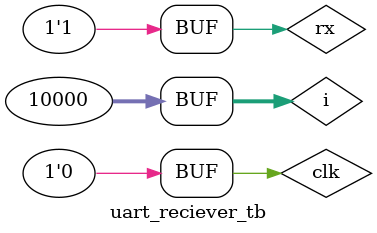
<source format=v>
`include "uart-reciever.v"

module uart_reciever_tb;

reg clk;
reg rx;
wire rx_done;
wire [7:0] rx_byte;

uart_reciever dut
(
    clk,
    rx,
    rx_done,
    rx_byte
);

initial
begin
    $dumpfile("./build/rtl-sim/vcd/uart-reciever.vcd");
    $dumpvars;
end

integer i;
initial
begin
    clk = 0;
    rx = 1;

    for (i = 'd0; i < 10000; i = i + 1)
    begin
        if (i == 4)
            rx = 0;
        else if (i >= 5690)
            rx = 1;
        
        clk = ~clk; 
        #100;
    end
end

endmodule

</source>
